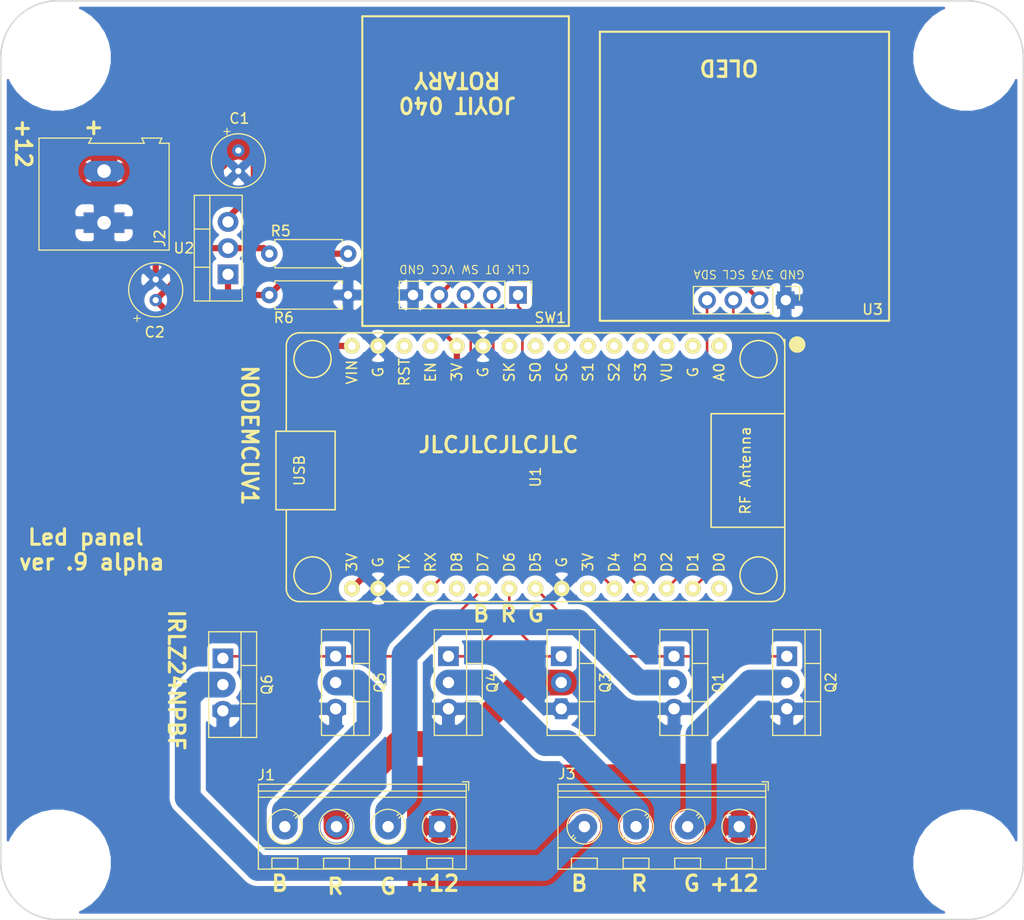
<source format=kicad_pcb>
(kicad_pcb (version 20171130) (host pcbnew 5.1.9-1.fc33)
  (layers (0 F.Cu mixed) (31 B.Cu mixed hide) (34 B.Paste user hide) (35 F.Paste user hide) (36 B.SilkS user hide) (37 F.SilkS user) (38 B.Mask user hide) (39 F.Mask user) (44 Edge.Cuts user))
  (net 0 "")
  (net 1 Earth)
  (net 2 +12V)
  (net 3 /5V)
  (net 4 "Net-(J1-Pad2)")
  (net 5 "Net-(J1-Pad3)")
  (net 6 /GREEN)
  (net 7 /RED)
  (net 8 /BLUE)
  (net 9 "Net-(R5-Pad2)")
  (net 10 /ROT+)
  (net 11 /ROT-)
  (net 12 /BUTTON)
  (net 13 /3V3)
  (net 14 "Net-(U1-Pad1)")
  (net 15 "Net-(U1-Pad2)")
  (net 16 "Net-(U1-Pad3)")
  (net 17 "Net-(U1-Pad4)")
  (net 18 "Net-(U1-Pad5)")
  (net 19 "Net-(U1-Pad6)")
  (net 20 "Net-(U1-Pad7)")
  (net 21 "Net-(U1-Pad8)")
  (net 22 "Net-(U1-Pad9)")
  (net 23 "Net-(U1-Pad12)")
  (net 24 "Net-(U1-Pad13)")
  (net 25 "Net-(U1-Pad18)")
  (net 26 "Net-(U1-Pad20)")
  (net 27 /SDA)
  (net 28 /SCL)
  (net 29 "Net-(U1-Pad30)")
  (net 30 "Net-(J3-Pad2)")
  (net 31 "Net-(J3-Pad3)")
  (net 32 "Net-(J1-Pad4)")
  (net 33 "Net-(J3-Pad4)")
  (net 34 "Net-(U1-Pad25)")
  (module TerminalBlock_RND:TerminalBlock_RND_205-00047_1x04_P5.00mm_Horizontal (layer F.Cu) (at 133.460001 115.805001 180)
    (fp_text reference J1 (at 16.8 5 180) (layer F.SilkS))
    (fp_text value Screw_Terminal_01x04)
    (fp_circle (center 5 0) (end 6.68 0) (layer F.SilkS) (width 0.12))
    (fp_circle (center 10 0) (end 11.68 0) (layer F.SilkS) (width 0.12))
    (fp_circle (center 15 0) (end 16.68 0) (layer F.SilkS) (width 0.12))
    (fp_line (start -2.56 3.45) (end 17.561 3.45) (layer F.SilkS) (width 0.12))
    (fp_line (start -2.56 2.85) (end 17.561 2.85) (layer F.SilkS) (width 0.12))
    (fp_line (start -2.56 -2.05) (end 17.561 -2.05) (layer F.SilkS) (width 0.12))
    (fp_line (start -2.56 -4.11) (end 17.561 -4.11) (layer F.SilkS) (width 0.12))
    (fp_line (start -2.56 4.11) (end 17.561 4.11) (layer F.SilkS) (width 0.12))
    (fp_line (start -2.56 -4.11) (end -2.56 4.11) (layer F.SilkS) (width 0.12))
    (fp_line (start 17.561 -4.11) (end 17.561 4.11) (layer F.SilkS) (width 0.12))
    (fp_line (start -1.25 -4.05) (end 1.25 -4.05) (layer F.SilkS) (width 0.12))
    (fp_line (start -1.25 -3.05) (end 1.25 -3.05) (layer F.SilkS) (width 0.12))
    (fp_line (start -1.25 -4.05) (end -1.25 -3.05) (layer F.SilkS) (width 0.12))
    (fp_line (start 1.25 -4.05) (end 1.25 -3.05) (layer F.SilkS) (width 0.12))
    (fp_line (start 6.275 -1.069) (end 6.029 -0.823) (layer F.SilkS) (width 0.12))
    (fp_line (start 4.13 1.075) (end 3.931 1.274) (layer F.SilkS) (width 0.12))
    (fp_line (start 6.07 -1.275) (end 5.859 -1.064) (layer F.SilkS) (width 0.12))
    (fp_line (start 3.972 0.823) (end 3.726 1.069) (layer F.SilkS) (width 0.12))
    (fp_line (start 3.75 -4.05) (end 6.25 -4.05) (layer F.SilkS) (width 0.12))
    (fp_line (start 3.75 -3.05) (end 6.25 -3.05) (layer F.SilkS) (width 0.12))
    (fp_line (start 3.75 -4.05) (end 3.75 -3.05) (layer F.SilkS) (width 0.12))
    (fp_line (start 6.25 -4.05) (end 6.25 -3.05) (layer F.SilkS) (width 0.12))
    (fp_line (start 11.275 -1.069) (end 11.029 -0.823) (layer F.SilkS) (width 0.12))
    (fp_line (start 9.13 1.075) (end 8.931 1.274) (layer F.SilkS) (width 0.12))
    (fp_line (start 11.07 -1.275) (end 10.859 -1.064) (layer F.SilkS) (width 0.12))
    (fp_line (start 8.972 0.823) (end 8.726 1.069) (layer F.SilkS) (width 0.12))
    (fp_line (start 8.75 -4.05) (end 11.25 -4.05) (layer F.SilkS) (width 0.12))
    (fp_line (start 8.75 -3.05) (end 11.25 -3.05) (layer F.SilkS) (width 0.12))
    (fp_line (start 8.75 -4.05) (end 8.75 -3.05) (layer F.SilkS) (width 0.12))
    (fp_line (start 11.25 -4.05) (end 11.25 -3.05) (layer F.SilkS) (width 0.12))
    (fp_line (start 16.275 -1.069) (end 16.029 -0.823) (layer F.SilkS) (width 0.12))
    (fp_line (start 14.13 1.075) (end 13.931 1.274) (layer F.SilkS) (width 0.12))
    (fp_line (start 16.07 -1.275) (end 15.859 -1.064) (layer F.SilkS) (width 0.12))
    (fp_line (start 13.972 0.823) (end 13.726 1.069) (layer F.SilkS) (width 0.12))
    (fp_line (start 13.75 -4.05) (end 16.25 -4.05) (layer F.SilkS) (width 0.12))
    (fp_line (start 13.75 -3.05) (end 16.25 -3.05) (layer F.SilkS) (width 0.12))
    (fp_line (start 13.75 -4.05) (end 13.75 -3.05) (layer F.SilkS) (width 0.12))
    (fp_line (start 16.25 -4.05) (end 16.25 -3.05) (layer F.SilkS) (width 0.12))
    (fp_line (start -2.8 3.51) (end -2.8 4.35) (layer F.SilkS) (width 0.12))
    (fp_line (start -2.8 4.35) (end -2.2 4.35) (layer F.SilkS) (width 0.12))
    (fp_arc (start 0 0) (end -1.081 1.287) (angle -41) (layer F.SilkS) (width 0.12))
    (fp_arc (start 0 0) (end -1.287 -1.081) (angle -80) (layer F.SilkS) (width 0.12))
    (fp_arc (start 0 0) (end 1.08 -1.287) (angle -80) (layer F.SilkS) (width 0.12))
    (fp_arc (start 0 0) (end 1.287 1.08) (angle -80) (layer F.SilkS) (width 0.12))
    (fp_arc (start 0 0) (end 0 1.68) (angle -40) (layer F.SilkS) (width 0.12))
    (pad 4 thru_hole circle (at 15 0 180) (size 2.1 2.1) (drill 1.1) (layers *.Cu *.Mask) (net 32 "Net-(J1-Pad4)"))
    (pad 3 thru_hole circle (at 10 0 180) (size 2.1 2.1) (drill 1.1) (layers *.Cu *.Mask) (net 5 "Net-(J1-Pad3)"))
    (pad 2 thru_hole circle (at 5 0 180) (size 2.1 2.1) (drill 1.1) (layers *.Cu *.Mask) (net 4 "Net-(J1-Pad2)"))
    (pad 1 thru_hole rect (at 0 0 180) (size 2.1 2.1) (drill 1.1) (layers *.Cu *.Mask) (net 2 +12V))
  )
  (module TerminalBlock_RND:TerminalBlock_RND_205-00047_1x04_P5.00mm_Horizontal (layer F.Cu) (at 162.460001 115.805001 180)
    (fp_text reference J3 (at 16.7 5.1 180) (layer F.SilkS))
    (fp_text value Screw_Terminal_01x04)
    (fp_circle (center 5 0) (end 6.68 0) (layer F.SilkS) (width 0.12))
    (fp_circle (center 10 0) (end 11.68 0) (layer F.SilkS) (width 0.12))
    (fp_circle (center 15 0) (end 16.68 0) (layer F.SilkS) (width 0.12))
    (fp_line (start -2.56 3.45) (end 17.561 3.45) (layer F.SilkS) (width 0.12))
    (fp_line (start -2.56 2.85) (end 17.561 2.85) (layer F.SilkS) (width 0.12))
    (fp_line (start -2.56 -2.05) (end 17.561 -2.05) (layer F.SilkS) (width 0.12))
    (fp_line (start -2.56 -4.11) (end 17.561 -4.11) (layer F.SilkS) (width 0.12))
    (fp_line (start -2.56 4.11) (end 17.561 4.11) (layer F.SilkS) (width 0.12))
    (fp_line (start -2.56 -4.11) (end -2.56 4.11) (layer F.SilkS) (width 0.12))
    (fp_line (start 17.561 -4.11) (end 17.561 4.11) (layer F.SilkS) (width 0.12))
    (fp_line (start -1.25 -4.05) (end 1.25 -4.05) (layer F.SilkS) (width 0.12))
    (fp_line (start -1.25 -3.05) (end 1.25 -3.05) (layer F.SilkS) (width 0.12))
    (fp_line (start -1.25 -4.05) (end -1.25 -3.05) (layer F.SilkS) (width 0.12))
    (fp_line (start 1.25 -4.05) (end 1.25 -3.05) (layer F.SilkS) (width 0.12))
    (fp_line (start 6.275 -1.069) (end 6.029 -0.823) (layer F.SilkS) (width 0.12))
    (fp_line (start 4.13 1.075) (end 3.931 1.274) (layer F.SilkS) (width 0.12))
    (fp_line (start 6.07 -1.275) (end 5.859 -1.064) (layer F.SilkS) (width 0.12))
    (fp_line (start 3.972 0.823) (end 3.726 1.069) (layer F.SilkS) (width 0.12))
    (fp_line (start 3.75 -4.05) (end 6.25 -4.05) (layer F.SilkS) (width 0.12))
    (fp_line (start 3.75 -3.05) (end 6.25 -3.05) (layer F.SilkS) (width 0.12))
    (fp_line (start 3.75 -4.05) (end 3.75 -3.05) (layer F.SilkS) (width 0.12))
    (fp_line (start 6.25 -4.05) (end 6.25 -3.05) (layer F.SilkS) (width 0.12))
    (fp_line (start 11.275 -1.069) (end 11.029 -0.823) (layer F.SilkS) (width 0.12))
    (fp_line (start 9.13 1.075) (end 8.931 1.274) (layer F.SilkS) (width 0.12))
    (fp_line (start 11.07 -1.275) (end 10.859 -1.064) (layer F.SilkS) (width 0.12))
    (fp_line (start 8.972 0.823) (end 8.726 1.069) (layer F.SilkS) (width 0.12))
    (fp_line (start 8.75 -4.05) (end 11.25 -4.05) (layer F.SilkS) (width 0.12))
    (fp_line (start 8.75 -3.05) (end 11.25 -3.05) (layer F.SilkS) (width 0.12))
    (fp_line (start 8.75 -4.05) (end 8.75 -3.05) (layer F.SilkS) (width 0.12))
    (fp_line (start 11.25 -4.05) (end 11.25 -3.05) (layer F.SilkS) (width 0.12))
    (fp_line (start 16.275 -1.069) (end 16.029 -0.823) (layer F.SilkS) (width 0.12))
    (fp_line (start 14.13 1.075) (end 13.931 1.274) (layer F.SilkS) (width 0.12))
    (fp_line (start 16.07 -1.275) (end 15.859 -1.064) (layer F.SilkS) (width 0.12))
    (fp_line (start 13.972 0.823) (end 13.726 1.069) (layer F.SilkS) (width 0.12))
    (fp_line (start 13.75 -4.05) (end 16.25 -4.05) (layer F.SilkS) (width 0.12))
    (fp_line (start 13.75 -3.05) (end 16.25 -3.05) (layer F.SilkS) (width 0.12))
    (fp_line (start 13.75 -4.05) (end 13.75 -3.05) (layer F.SilkS) (width 0.12))
    (fp_line (start 16.25 -4.05) (end 16.25 -3.05) (layer F.SilkS) (width 0.12))
    (fp_line (start -2.8 3.51) (end -2.8 4.35) (layer F.SilkS) (width 0.12))
    (fp_line (start -2.8 4.35) (end -2.2 4.35) (layer F.SilkS) (width 0.12))
    (fp_arc (start 0 0) (end -1.081 1.287) (angle -41) (layer F.SilkS) (width 0.12))
    (fp_arc (start 0 0) (end -1.287 -1.081) (angle -80) (layer F.SilkS) (width 0.12))
    (fp_arc (start 0 0) (end 1.08 -1.287) (angle -80) (layer F.SilkS) (width 0.12))
    (fp_arc (start 0 0) (end 1.287 1.08) (angle -80) (layer F.SilkS) (width 0.12))
    (fp_arc (start 0 0) (end 0 1.68) (angle -40) (layer F.SilkS) (width 0.12))
    (pad 4 thru_hole circle (at 15 0 180) (size 2.1 2.1) (drill 1.1) (layers *.Cu *.Mask) (net 33 "Net-(J3-Pad4)"))
    (pad 3 thru_hole circle (at 10 0 180) (size 2.1 2.1) (drill 1.1) (layers *.Cu *.Mask) (net 31 "Net-(J3-Pad3)"))
    (pad 2 thru_hole circle (at 5 0 180) (size 2.1 2.1) (drill 1.1) (layers *.Cu *.Mask) (net 30 "Net-(J3-Pad2)"))
    (pad 1 thru_hole rect (at 0 0 180) (size 2.1 2.1) (drill 1.1) (layers *.Cu *.Mask) (net 2 +12V))
  )
  (module MountingHole:MountingHole_4.3mm_M4_DIN965 (layer F.Cu) (at 184.460001 41.305001)
    (fp_text reference H2 hide)
    (fp_text value MountingHole)
    (pad "" np_thru_hole circle (at 0 0) (size 4.3 4.3) (drill 4.3) (layers *.Cu *.Mask) (clearance 3))
  )
  (module Capacitor_THT:C_Radial_D5.0mm_H7.0mm_P2.00mm (layer F.Cu) (at 113.960001 50.305001 270)
    (fp_text reference C1 (at -3.1 -0.1) (layer F.SilkS))
    (fp_text value 0.1u)
    (fp_circle (center 1 0) (end 3.62 0) (layer F.SilkS) (width 0.12))
    (pad 2 thru_hole circle (at 2 0 270) (size 1.2 1.2) (drill 0.6) (layers *.Cu *.Mask) (net 1 Earth))
    (pad 1 thru_hole circle (at 0 0 270) (size 1.2 1.2) (drill 0.6) (layers *.Cu *.Mask) (net 2 +12V))
  )
  (module Capacitor_THT:C_Radial_D5.0mm_H7.0mm_P2.00mm (layer F.Cu) (at 105.960001 64.805001 90)
    (fp_text reference C2 (at -3.1 -0.1 180) (layer F.SilkS))
    (fp_text value 1u)
    (fp_circle (center 1 0) (end 3.62 0) (layer F.SilkS) (width 0.12))
    (pad 1 thru_hole circle (at 0 0 90) (size 1.2 1.2) (drill 0.6) (layers *.Cu *.Mask) (net 3 /5V))
    (pad 2 thru_hole circle (at 2 0 90) (size 1.2 1.2) (drill 0.6) (layers *.Cu *.Mask) (net 1 Earth))
  )
  (module TerminalBlock:TerminalBlock_Altech_AK300-2_P5.00mm (layer F.Cu) (at 100.960001 57.305001 90)
    (fp_text reference J2 (at -1.5 5.4 90) (layer F.SilkS))
    (fp_text value "Meanwell LPV-100-12")
    (fp_line (start 8.2 -6.3) (end -2.65 -6.3) (layer F.SilkS) (width 0.12))
    (fp_line (start 8.2 -1.2) (end 8.2 -6.3) (layer F.SilkS) (width 0.12))
    (fp_line (start 7.7 -1.5) (end 8.2 -1.2) (layer F.SilkS) (width 0.12))
    (fp_line (start 7.7 3.9) (end 7.7 -1.5) (layer F.SilkS) (width 0.12))
    (fp_line (start 8.2 3.65) (end 7.7 3.9) (layer F.SilkS) (width 0.12))
    (fp_line (start 8.2 3.7) (end 8.2 3.65) (layer F.SilkS) (width 0.12))
    (fp_line (start 8.2 5.6) (end 8.2 3.7) (layer F.SilkS) (width 0.12))
    (fp_line (start 7.7 5.35) (end 8.2 5.6) (layer F.SilkS) (width 0.12))
    (fp_line (start 7.7 6.3) (end 7.7 5.35) (layer F.SilkS) (width 0.12))
    (fp_line (start -2.65 6.3) (end 7.7 6.3) (layer F.SilkS) (width 0.12))
    (fp_line (start -2.65 -6.3) (end -2.65 6.3) (layer F.SilkS) (width 0.12))
    (pad 1 thru_hole rect (at 0 0 90) (size 1.98 3.96) (drill 1.32) (layers *.Cu *.Mask) (net 1 Earth))
    (pad 2 thru_hole oval (at 5 0 90) (size 1.98 3.96) (drill 1.32) (layers *.Cu *.Mask) (net 2 +12V))
  )
  (module Package_TO_SOT_THT:TO-220-3_Vertical (layer F.Cu) (at 156.140001 99.305001 270)
    (fp_text reference Q1 (at 2.54 -4.27 270) (layer F.SilkS))
    (fp_text value IRLZ24NPBF)
    (fp_line (start 4.391 -3.27) (end 4.391 -1.76) (layer F.SilkS) (width 0.12))
    (fp_line (start 0.69 -3.27) (end 0.69 -1.76) (layer F.SilkS) (width 0.12))
    (fp_line (start -2.58 -1.76) (end 7.66 -1.76) (layer F.SilkS) (width 0.12))
    (fp_line (start 7.66 -3.27) (end 7.66 1.371) (layer F.SilkS) (width 0.12))
    (fp_line (start -2.58 -3.27) (end -2.58 1.371) (layer F.SilkS) (width 0.12))
    (fp_line (start -2.58 1.371) (end 7.66 1.371) (layer F.SilkS) (width 0.12))
    (fp_line (start -2.58 -3.27) (end 7.66 -3.27) (layer F.SilkS) (width 0.12))
    (pad 1 thru_hole rect (at 0 0 270) (size 1.905 2) (drill 1.1) (layers *.Cu *.Mask) (net 6 /GREEN))
    (pad 2 thru_hole oval (at 2.54 0 270) (size 1.905 2) (drill 1.1) (layers *.Cu *.Mask) (net 4 "Net-(J1-Pad2)"))
    (pad 3 thru_hole oval (at 5.08 0 270) (size 1.905 2) (drill 1.1) (layers *.Cu *.Mask) (net 1 Earth))
  )
  (module Package_TO_SOT_THT:TO-220-3_Vertical (layer F.Cu) (at 167.060001 99.305001 270)
    (fp_text reference Q2 (at 2.54 -4.27 270) (layer F.SilkS))
    (fp_text value IRLZ24NPBF)
    (fp_line (start 4.391 -3.27) (end 4.391 -1.76) (layer F.SilkS) (width 0.12))
    (fp_line (start 0.69 -3.27) (end 0.69 -1.76) (layer F.SilkS) (width 0.12))
    (fp_line (start -2.58 -1.76) (end 7.66 -1.76) (layer F.SilkS) (width 0.12))
    (fp_line (start 7.66 -3.27) (end 7.66 1.371) (layer F.SilkS) (width 0.12))
    (fp_line (start -2.58 -3.27) (end -2.58 1.371) (layer F.SilkS) (width 0.12))
    (fp_line (start -2.58 1.371) (end 7.66 1.371) (layer F.SilkS) (width 0.12))
    (fp_line (start -2.58 -3.27) (end 7.66 -3.27) (layer F.SilkS) (width 0.12))
    (pad 1 thru_hole rect (at 0 0 270) (size 1.905 2) (drill 1.1) (layers *.Cu *.Mask) (net 6 /GREEN))
    (pad 2 thru_hole oval (at 2.54 0 270) (size 1.905 2) (drill 1.1) (layers *.Cu *.Mask) (net 30 "Net-(J3-Pad2)"))
    (pad 3 thru_hole oval (at 5.08 0 270) (size 1.905 2) (drill 1.1) (layers *.Cu *.Mask) (net 1 Earth))
  )
  (module Package_TO_SOT_THT:TO-220-3_Vertical (layer F.Cu) (at 145.220001 99.305001 270)
    (fp_text reference Q3 (at 2.54 -4.27 270) (layer F.SilkS))
    (fp_text value IRLZ24NPBF)
    (fp_line (start 4.391 -3.27) (end 4.391 -1.76) (layer F.SilkS) (width 0.12))
    (fp_line (start 0.69 -3.27) (end 0.69 -1.76) (layer F.SilkS) (width 0.12))
    (fp_line (start -2.58 -1.76) (end 7.66 -1.76) (layer F.SilkS) (width 0.12))
    (fp_line (start 7.66 -3.27) (end 7.66 1.371) (layer F.SilkS) (width 0.12))
    (fp_line (start -2.58 -3.27) (end -2.58 1.371) (layer F.SilkS) (width 0.12))
    (fp_line (start -2.58 1.371) (end 7.66 1.371) (layer F.SilkS) (width 0.12))
    (fp_line (start -2.58 -3.27) (end 7.66 -3.27) (layer F.SilkS) (width 0.12))
    (pad 1 thru_hole rect (at 0 0 270) (size 1.905 2) (drill 1.1) (layers *.Cu *.Mask) (net 7 /RED))
    (pad 2 thru_hole oval (at 2.54 0 270) (size 1.905 2) (drill 1.1) (layers *.Cu *.Mask) (net 5 "Net-(J1-Pad3)"))
    (pad 3 thru_hole oval (at 5.08 0 270) (size 1.905 2) (drill 1.1) (layers *.Cu *.Mask) (net 1 Earth))
  )
  (module Package_TO_SOT_THT:TO-220-3_Vertical (layer F.Cu) (at 134.300001 99.305001 270)
    (fp_text reference Q4 (at 2.54 -4.27 270) (layer F.SilkS))
    (fp_text value IRLZ24NPBF)
    (fp_line (start -2.58 -3.27) (end 7.66 -3.27) (layer F.SilkS) (width 0.12))
    (fp_line (start -2.58 1.371) (end 7.66 1.371) (layer F.SilkS) (width 0.12))
    (fp_line (start -2.58 -3.27) (end -2.58 1.371) (layer F.SilkS) (width 0.12))
    (fp_line (start 7.66 -3.27) (end 7.66 1.371) (layer F.SilkS) (width 0.12))
    (fp_line (start -2.58 -1.76) (end 7.66 -1.76) (layer F.SilkS) (width 0.12))
    (fp_line (start 0.69 -3.27) (end 0.69 -1.76) (layer F.SilkS) (width 0.12))
    (fp_line (start 4.391 -3.27) (end 4.391 -1.76) (layer F.SilkS) (width 0.12))
    (pad 3 thru_hole oval (at 5.08 0 270) (size 1.905 2) (drill 1.1) (layers *.Cu *.Mask) (net 1 Earth))
    (pad 2 thru_hole oval (at 2.54 0 270) (size 1.905 2) (drill 1.1) (layers *.Cu *.Mask) (net 31 "Net-(J3-Pad3)"))
    (pad 1 thru_hole rect (at 0 0 270) (size 1.905 2) (drill 1.1) (layers *.Cu *.Mask) (net 7 /RED))
  )
  (module Package_TO_SOT_THT:TO-220-3_Vertical (layer F.Cu) (at 123.380001 99.305001 270)
    (fp_text reference Q5 (at 2.54 -4.27 270) (layer F.SilkS))
    (fp_text value IRLZ24NPBF)
    (fp_line (start -2.58 -3.27) (end 7.66 -3.27) (layer F.SilkS) (width 0.12))
    (fp_line (start -2.58 1.371) (end 7.66 1.371) (layer F.SilkS) (width 0.12))
    (fp_line (start -2.58 -3.27) (end -2.58 1.371) (layer F.SilkS) (width 0.12))
    (fp_line (start 7.66 -3.27) (end 7.66 1.371) (layer F.SilkS) (width 0.12))
    (fp_line (start -2.58 -1.76) (end 7.66 -1.76) (layer F.SilkS) (width 0.12))
    (fp_line (start 0.69 -3.27) (end 0.69 -1.76) (layer F.SilkS) (width 0.12))
    (fp_line (start 4.391 -3.27) (end 4.391 -1.76) (layer F.SilkS) (width 0.12))
    (pad 3 thru_hole oval (at 5.08 0 270) (size 1.905 2) (drill 1.1) (layers *.Cu *.Mask) (net 1 Earth))
    (pad 2 thru_hole oval (at 2.54 0 270) (size 1.905 2) (drill 1.1) (layers *.Cu *.Mask) (net 32 "Net-(J1-Pad4)"))
    (pad 1 thru_hole rect (at 0 0 270) (size 1.905 2) (drill 1.1) (layers *.Cu *.Mask) (net 8 /BLUE))
  )
  (module Package_TO_SOT_THT:TO-220-3_Vertical (layer F.Cu) (at 112.460001 99.505001 270)
    (fp_text reference Q6 (at 2.54 -4.27 270) (layer F.SilkS))
    (fp_text value IRLZ24NPBF)
    (fp_line (start -2.58 -3.27) (end 7.66 -3.27) (layer F.SilkS) (width 0.12))
    (fp_line (start -2.58 1.371) (end 7.66 1.371) (layer F.SilkS) (width 0.12))
    (fp_line (start -2.58 -3.27) (end -2.58 1.371) (layer F.SilkS) (width 0.12))
    (fp_line (start 7.66 -3.27) (end 7.66 1.371) (layer F.SilkS) (width 0.12))
    (fp_line (start -2.58 -1.76) (end 7.66 -1.76) (layer F.SilkS) (width 0.12))
    (fp_line (start 0.69 -3.27) (end 0.69 -1.76) (layer F.SilkS) (width 0.12))
    (fp_line (start 4.391 -3.27) (end 4.391 -1.76) (layer F.SilkS) (width 0.12))
    (pad 3 thru_hole oval (at 5.08 0 270) (size 1.905 2) (drill 1.1) (layers *.Cu *.Mask) (net 1 Earth))
    (pad 2 thru_hole oval (at 2.54 0 270) (size 1.905 2) (drill 1.1) (layers *.Cu *.Mask) (net 33 "Net-(J3-Pad4)"))
    (pad 1 thru_hole rect (at 0 0 270) (size 1.905 2) (drill 1.1) (layers *.Cu *.Mask) (net 8 /BLUE))
  )
  (module Resistor_THT:R_Axial_DIN0207_L6.3mm_D2.5mm_P7.62mm_Horizontal (layer F.Cu) (at 116.960001 60.305001)
    (fp_text reference R5 (at 1.1 -2.2) (layer F.SilkS))
    (fp_text value 4k7)
    (fp_line (start 7.08 1.37) (end 7.08 1.04) (layer F.SilkS) (width 0.12))
    (fp_line (start 0.54 1.37) (end 7.08 1.37) (layer F.SilkS) (width 0.12))
    (fp_line (start 0.54 1.04) (end 0.54 1.37) (layer F.SilkS) (width 0.12))
    (fp_line (start 7.08 -1.37) (end 7.08 -1.04) (layer F.SilkS) (width 0.12))
    (fp_line (start 0.54 -1.37) (end 7.08 -1.37) (layer F.SilkS) (width 0.12))
    (fp_line (start 0.54 -1.04) (end 0.54 -1.37) (layer F.SilkS) (width 0.12))
    (pad 1 thru_hole circle (at 0 0) (size 1.6 1.6) (drill 0.8) (layers *.Cu *.Mask) (net 3 /5V))
    (pad 2 thru_hole oval (at 7.62 0) (size 1.6 1.6) (drill 0.8) (layers *.Cu *.Mask) (net 9 "Net-(R5-Pad2)"))
  )
  (module Resistor_THT:R_Axial_DIN0207_L6.3mm_D2.5mm_P7.62mm_Horizontal (layer F.Cu) (at 116.960001 64.305001)
    (fp_text reference R6 (at 1.4 2.2) (layer F.SilkS))
    (fp_text value 1k6)
    (fp_line (start 7.08 1.37) (end 7.08 1.04) (layer F.SilkS) (width 0.12))
    (fp_line (start 0.54 1.37) (end 7.08 1.37) (layer F.SilkS) (width 0.12))
    (fp_line (start 0.54 1.04) (end 0.54 1.37) (layer F.SilkS) (width 0.12))
    (fp_line (start 7.08 -1.37) (end 7.08 -1.04) (layer F.SilkS) (width 0.12))
    (fp_line (start 0.54 -1.37) (end 7.08 -1.37) (layer F.SilkS) (width 0.12))
    (fp_line (start 0.54 -1.04) (end 0.54 -1.37) (layer F.SilkS) (width 0.12))
    (pad 1 thru_hole circle (at 0 0) (size 1.6 1.6) (drill 0.8) (layers *.Cu *.Mask) (net 9 "Net-(R5-Pad2)"))
    (pad 2 thru_hole oval (at 7.62 0) (size 1.6 1.6) (drill 0.8) (layers *.Cu *.Mask) (net 1 Earth))
  )
  (module Connector_PinHeader_2.54mm:PinHeader_1x05_P2.54mm_Vertical (layer F.Cu) (at 141.035001 64.305001 270)
    (fp_text reference SW1 (at 2.2 -3.125) (layer F.SilkS))
    (fp_text value JOYIT_040)
    (fp_line (start -1.33 -1.33) (end 0 -1.33) (layer F.SilkS) (width 0.12))
    (fp_line (start -1.33 0) (end -1.33 -1.33) (layer F.SilkS) (width 0.12))
    (fp_line (start -1.33 1.27) (end 1.33 1.27) (layer F.SilkS) (width 0.12))
    (fp_line (start 1.33 1.27) (end 1.33 11.49) (layer F.SilkS) (width 0.12))
    (fp_line (start -1.33 1.27) (end -1.33 11.49) (layer F.SilkS) (width 0.12))
    (fp_line (start -1.33 11.49) (end 1.33 11.49) (layer F.SilkS) (width 0.12))
    (pad 1 thru_hole rect (at 0 0 270) (size 1.7 1.7) (drill 1) (layers *.Cu *.Mask) (net 10 /ROT+))
    (pad 2 thru_hole oval (at 0 2.54 270) (size 1.7 1.7) (drill 1) (layers *.Cu *.Mask) (net 11 /ROT-))
    (pad 3 thru_hole oval (at 0 5.08 270) (size 1.7 1.7) (drill 1) (layers *.Cu *.Mask) (net 12 /BUTTON))
    (pad 4 thru_hole oval (at 0 7.62 270) (size 1.7 1.7) (drill 1) (layers *.Cu *.Mask) (net 13 /3V3))
    (pad 5 thru_hole oval (at 0 10.16 270) (size 1.7 1.7) (drill 1) (layers *.Cu *.Mask) (net 1 Earth))
  )
  (module ESP8266:ESP12F-Devkit-V3 (layer F.Cu) (at 141.460001 81.305001 270)
    (fp_text reference U1 (at 0.635 -1.27 270) (layer F.SilkS))
    (fp_text value "NodeMCU1.0(ESP-12E)")
    (fp_line (start 11.43 -25.4) (end -12.7 -25.4) (layer F.SilkS) (width 0.15))
    (fp_circle (center 10.16 -22.86) (end 11.43 -24.13) (layer F.SilkS) (width 0.15))
    (fp_circle (center -10.795 -22.86) (end -9.525 -24.13) (layer F.SilkS) (width 0.15))
    (fp_circle (center -10.795 20.32) (end -9.525 19.05) (layer F.SilkS) (width 0.15))
    (fp_circle (center 10.16 20.32) (end 11.43 19.05) (layer F.SilkS) (width 0.15))
    (fp_line (start -3.81 22.86) (end -12.065 22.86) (layer F.SilkS) (width 0.15))
    (fp_line (start -13.335 -24.13) (end -13.335 21.59) (layer F.SilkS) (width 0.15))
    (fp_line (start 12.7 -24.13) (end 12.7 21.59) (layer F.SilkS) (width 0.15))
    (fp_line (start 3.8 23.86) (end -3.8 23.86) (layer F.SilkS) (width 0.15))
    (fp_line (start 3.8 18.13) (end 3.8 23.86) (layer F.SilkS) (width 0.15))
    (fp_line (start -3.8 18.13) (end 3.8 18.13) (layer F.SilkS) (width 0.15))
    (fp_line (start -3.8 23.86) (end -3.8 18.13) (layer F.SilkS) (width 0.15))
    (fp_line (start -5.5 -18.27) (end -5.5 -25.4) (layer F.SilkS) (width 0.15))
    (fp_line (start 5.5 -25.4) (end 5.5 -18.27) (layer F.SilkS) (width 0.15))
    (fp_line (start 5.5 -18.27) (end -5.5 -18.27) (layer F.SilkS) (width 0.15))
    (fp_line (start 11.43 22.86) (end 3.81 22.86) (layer F.SilkS) (width 0.15))
    (fp_text user USB (at 0 21.59 270) (layer F.SilkS))
    (fp_text user "RF Antenna" (at 0 -21.59 270) (layer F.SilkS))
    (fp_arc (start -12.065 -24.13) (end -13.335 -24.13) (angle 90) (layer F.SilkS) (width 0.15))
    (fp_arc (start 11.43 -24.13) (end 11.43 -25.4) (angle 90) (layer F.SilkS) (width 0.15))
    (fp_arc (start 11.43 21.59) (end 12.7 21.59) (angle 90) (layer F.SilkS) (width 0.15))
    (fp_arc (start -12.065 21.59) (end -12.065 22.86) (angle 90) (layer F.SilkS) (width 0.15))
    (fp_text user VIN (at -9.525 16.51 270) (layer F.SilkS))
    (fp_text user G (at -9.525 13.97 270) (layer F.SilkS))
    (fp_text user RST (at -9.525 11.43 270) (layer F.SilkS))
    (fp_text user EN (at -9.525 8.89 270) (layer F.SilkS))
    (fp_text user 3V (at -9.525 6.35 270) (layer F.SilkS))
    (fp_text user G (at -9.525 3.81 270) (layer F.SilkS))
    (fp_text user SK (at -9.525 1.27 270) (layer F.SilkS))
    (fp_text user SO (at -9.525 -1.27 270) (layer F.SilkS))
    (fp_text user SC (at -9.525 -3.81 270) (layer F.SilkS))
    (fp_text user S1 (at -9.525 -6.35 270) (layer F.SilkS))
    (fp_text user S2 (at -9.525 -8.89 270) (layer F.SilkS))
    (fp_text user S3 (at -9.525 -11.43 270) (layer F.SilkS))
    (fp_text user VU (at -9.525 -13.97 270) (layer F.SilkS))
    (fp_text user G (at -9.525 -16.51 270) (layer F.SilkS))
    (fp_text user A0 (at -9.525 -19.05 270) (layer F.SilkS))
    (fp_text user 3V (at 8.89 16.51 270) (layer F.SilkS))
    (fp_text user G (at 8.89 13.97 270) (layer F.SilkS))
    (fp_text user TX (at 8.89 11.43 270) (layer F.SilkS))
    (fp_text user RX (at 8.89 8.89 270) (layer F.SilkS))
    (fp_text user D8 (at 8.89 6.35 270) (layer F.SilkS))
    (fp_text user D7 (at 8.89 3.81 270) (layer F.SilkS))
    (fp_text user D6 (at 8.89 1.27 270) (layer F.SilkS))
    (fp_text user D5 (at 8.89 -1.27 270) (layer F.SilkS))
    (fp_text user G (at 8.89 -3.81 270) (layer F.SilkS))
    (fp_text user 3V (at 8.89 -6.35 270) (layer F.SilkS))
    (fp_text user D4 (at 8.89 -8.89 270) (layer F.SilkS))
    (fp_text user D3 (at 8.89 -11.43 270) (layer F.SilkS))
    (fp_text user D2 (at 8.89 -13.97 270) (layer F.SilkS))
    (fp_text user D1 (at 8.89 -16.51 270) (layer F.SilkS))
    (fp_text user D0 (at 8.89 -19.05 270) (layer F.SilkS))
    (pad 1 thru_hole circle (at -12.065 -19.05 270) (size 1.524 1.524) (drill 0.762) (layers *.Cu *.Mask F.SilkS) (net 14 "Net-(U1-Pad1)"))
    (pad 2 thru_hole circle (at -12.065 -16.51 270) (size 1.524 1.524) (drill 0.762) (layers *.Cu *.Mask F.SilkS) (net 15 "Net-(U1-Pad2)"))
    (pad 3 thru_hole circle (at -12.065 -13.97 270) (size 1.524 1.524) (drill 0.762) (layers *.Cu *.Mask F.SilkS) (net 16 "Net-(U1-Pad3)"))
    (pad 4 thru_hole circle (at -12.065 -11.43 270) (size 1.524 1.524) (drill 0.762) (layers *.Cu *.Mask F.SilkS) (net 17 "Net-(U1-Pad4)"))
    (pad 5 thru_hole circle (at -12.065 -8.89 270) (size 1.524 1.524) (drill 0.762) (layers *.Cu *.Mask F.SilkS) (net 18 "Net-(U1-Pad5)"))
    (pad 6 thru_hole circle (at -12.065 -6.35 270) (size 1.524 1.524) (drill 0.762) (layers *.Cu *.Mask F.SilkS) (net 19 "Net-(U1-Pad6)"))
    (pad 7 thru_hole circle (at -12.065 -3.81 270) (size 1.524 1.524) (drill 0.762) (layers *.Cu *.Mask F.SilkS) (net 20 "Net-(U1-Pad7)"))
    (pad 8 thru_hole circle (at -12.065 -1.27 270) (size 1.524 1.524) (drill 0.762) (layers *.Cu *.Mask F.SilkS) (net 21 "Net-(U1-Pad8)"))
    (pad 9 thru_hole circle (at -12.065 1.27 270) (size 1.524 1.524) (drill 0.762) (layers *.Cu *.Mask F.SilkS) (net 22 "Net-(U1-Pad9)"))
    (pad 10 thru_hole circle (at -12.065 3.81 270) (size 1.524 1.524) (drill 0.762) (layers *.Cu *.Mask F.SilkS) (net 1 Earth))
    (pad 11 thru_hole circle (at -12.065 6.35 270) (size 1.524 1.524) (drill 0.762) (layers *.Cu *.Mask F.SilkS) (net 13 /3V3))
    (pad 12 thru_hole circle (at -12.065 8.89 270) (size 1.524 1.524) (drill 0.762) (layers *.Cu *.Mask F.SilkS) (net 23 "Net-(U1-Pad12)"))
    (pad 13 thru_hole circle (at -12.065 11.43 270) (size 1.524 1.524) (drill 0.762) (layers *.Cu *.Mask F.SilkS) (net 24 "Net-(U1-Pad13)"))
    (pad 14 thru_hole circle (at -12.065 13.97 270) (size 1.524 1.524) (drill 0.762) (layers *.Cu *.Mask F.SilkS) (net 1 Earth))
    (pad 15 thru_hole circle (at -12.065 16.51 270) (size 1.524 1.524) (drill 0.762) (layers *.Cu *.Mask F.SilkS) (net 3 /5V))
    (pad 16 thru_hole circle (at 11.43 16.51 270) (size 1.524 1.524) (drill 0.762) (layers *.Cu *.Mask F.SilkS) (net 13 /3V3))
    (pad 17 thru_hole circle (at 11.43 13.97 270) (size 1.524 1.524) (drill 0.762) (layers *.Cu *.Mask F.SilkS) (net 1 Earth))
    (pad 18 thru_hole circle (at 11.43 11.43 270) (size 1.524 1.524) (drill 0.762) (layers *.Cu *.Mask F.SilkS) (net 25 "Net-(U1-Pad18)"))
    (pad 19 thru_hole circle (at 11.43 8.89 270) (size 1.524 1.524) (drill 0.762) (layers *.Cu *.Mask F.SilkS) (net 12 /BUTTON))
    (pad 20 thru_hole circle (at 11.43 6.35 270) (size 1.524 1.524) (drill 0.762) (layers *.Cu *.Mask F.SilkS) (net 26 "Net-(U1-Pad20)"))
    (pad 21 thru_hole circle (at 11.43 3.81 270) (size 1.524 1.524) (drill 0.762) (layers *.Cu *.Mask F.SilkS) (net 8 /BLUE))
    (pad 22 thru_hole circle (at 11.43 1.27 270) (size 1.524 1.524) (drill 0.762) (layers *.Cu *.Mask F.SilkS) (net 7 /RED))
    (pad 23 thru_hole circle (at 11.43 -1.27 270) (size 1.524 1.524) (drill 0.762) (layers *.Cu *.Mask F.SilkS) (net 6 /GREEN))
    (pad 24 thru_hole circle (at 11.43 -3.81 270) (size 1.524 1.524) (drill 0.762) (layers *.Cu *.Mask F.SilkS) (net 1 Earth))
    (pad 25 thru_hole circle (at 11.43 -6.35 270) (size 1.524 1.524) (drill 0.762) (layers *.Cu *.Mask F.SilkS) (net 34 "Net-(U1-Pad25)"))
    (pad 26 thru_hole circle (at 11.43 -8.89 270) (size 1.524 1.524) (drill 0.762) (layers *.Cu *.Mask F.SilkS) (net 11 /ROT-))
    (pad 27 thru_hole circle (at 11.43 -11.43 270) (size 1.524 1.524) (drill 0.762) (layers *.Cu *.Mask F.SilkS) (net 10 /ROT+))
    (pad 28 thru_hole circle (at 11.43 -13.97 270) (size 1.524 1.524) (drill 0.762) (layers *.Cu *.Mask F.SilkS) (net 27 /SDA))
    (pad 29 thru_hole circle (at 11.43 -16.51 270) (size 1.524 1.524) (drill 0.762) (layers *.Cu *.Mask F.SilkS) (net 28 /SCL))
    (pad 30 thru_hole circle (at 11.43 -19.05 270) (size 1.524 1.524) (drill 0.762) (layers *.Cu *.Mask F.SilkS) (net 29 "Net-(U1-Pad30)"))
  )
  (module Package_TO_SOT_THT:TO-220-3_Vertical (layer F.Cu) (at 112.960001 62.305001 90)
    (fp_text reference U2 (at 2.54 -4.27 180) (layer F.SilkS))
    (fp_text value LM317_3)
    (fp_line (start 4.391 -3.27) (end 4.391 -1.76) (layer F.SilkS) (width 0.12))
    (fp_line (start 0.69 -3.27) (end 0.69 -1.76) (layer F.SilkS) (width 0.12))
    (fp_line (start -2.58 -1.76) (end 7.66 -1.76) (layer F.SilkS) (width 0.12))
    (fp_line (start 7.66 -3.27) (end 7.66 1.371) (layer F.SilkS) (width 0.12))
    (fp_line (start -2.58 -3.27) (end -2.58 1.371) (layer F.SilkS) (width 0.12))
    (fp_line (start -2.58 1.371) (end 7.66 1.371) (layer F.SilkS) (width 0.12))
    (fp_line (start -2.58 -3.27) (end 7.66 -3.27) (layer F.SilkS) (width 0.12))
    (pad 1 thru_hole rect (at 0 0 90) (size 1.905 2) (drill 1.1) (layers *.Cu *.Mask) (net 9 "Net-(R5-Pad2)"))
    (pad 2 thru_hole oval (at 2.54 0 90) (size 1.905 2) (drill 1.1) (layers *.Cu *.Mask) (net 3 /5V))
    (pad 3 thru_hole oval (at 5.08 0 90) (size 1.905 2) (drill 1.1) (layers *.Cu *.Mask) (net 2 +12V))
  )
  (module Connector_PinHeader_2.54mm:PinHeader_1x04_P2.54mm_Vertical (layer F.Cu) (at 166.960001 64.805001 270)
    (fp_text reference U3 (at 0.9 -8.4) (layer F.SilkS))
    (fp_text value OLED)
    (fp_line (start -1.33 -1.33) (end 0 -1.33) (layer F.SilkS) (width 0.12))
    (fp_line (start -1.33 0) (end -1.33 -1.33) (layer F.SilkS) (width 0.12))
    (fp_line (start -1.33 1.27) (end 1.33 1.27) (layer F.SilkS) (width 0.12))
    (fp_line (start 1.33 1.27) (end 1.33 8.95) (layer F.SilkS) (width 0.12))
    (fp_line (start -1.33 1.27) (end -1.33 8.95) (layer F.SilkS) (width 0.12))
    (fp_line (start -1.33 8.95) (end 1.33 8.95) (layer F.SilkS) (width 0.12))
    (pad 1 thru_hole rect (at 0 0 270) (size 1.7 1.7) (drill 1) (layers *.Cu *.Mask) (net 1 Earth))
    (pad 2 thru_hole oval (at 0 2.54 270) (size 1.7 1.7) (drill 1) (layers *.Cu *.Mask) (net 13 /3V3))
    (pad 3 thru_hole oval (at 0 5.08 270) (size 1.7 1.7) (drill 1) (layers *.Cu *.Mask) (net 28 /SCL))
    (pad 4 thru_hole oval (at 0 7.62 270) (size 1.7 1.7) (drill 1) (layers *.Cu *.Mask) (net 27 /SDA))
  )
  (module MountingHole:MountingHole_4.3mm_M4_DIN965 (layer F.Cu) (at 96.460001 41.305001)
    (fp_text reference H1 hide)
    (fp_text value MountingHole)
    (pad "" np_thru_hole circle (at 0 0) (size 4.3 4.3) (drill 4.3) (layers *.Cu *.Mask) (clearance 3))
  )
  (module MountingHole:MountingHole_4.3mm_M4_DIN965 (layer F.Cu) (at 184.460001 119.305001)
    (fp_text reference H3 hide)
    (fp_text value MountingHole)
    (pad "" np_thru_hole circle (at 0 0) (size 4.3 4.3) (drill 4.3) (layers *.Cu *.Mask) (clearance 3))
  )
  (module MountingHole:MountingHole_4.3mm_M4_DIN965 (layer F.Cu) (at 96.460001 119.305001)
    (fp_text reference H4 hide)
    (fp_text value MountingHole)
    (pad "" np_thru_hole circle (at 0 0) (size 4.3 4.3) (drill 4.3) (layers *.Cu *.Mask) (clearance 3))
  )
  (gr_text "Led panel \nver .9 alpha" (at 99.770001 88.975001) (layer F.SilkS) (effects (font (size 1.5 1.5) (thickness 0.3))))
  (gr_text JLCJLCJLCJLC (at 139.140001 78.815001) (layer F.SilkS) (effects (font (size 1.5 1.5) (thickness 0.3))))
  (gr_text + (at 112.860001 48.405001) (layer F.SilkS) (effects (font (size 0.8 0.8) (thickness 0.1))))
  (gr_text + (at 104.160001 66.505001) (layer F.SilkS) (effects (font (size 0.8 0.8) (thickness 0.1))))
  (gr_text + (at 99.960001 48.005001) (layer F.SilkS) (effects (font (size 1.5 1.5) (thickness 0.3))))
  (gr_text NODEMCUV1 (at 115.060001 77.905001 270) (layer F.SilkS) (effects (font (size 1.5 1.5) (thickness 0.3))))
  (gr_text IRLZ24NPBF (at 107.960001 101.605001 270) (layer F.SilkS) (effects (font (size 1.5 1.5) (thickness 0.3))))
  (gr_text B (at 146.960001 121.305001) (layer F.SilkS) (effects (font (size 1.5 1.5) (thickness 0.3))))
  (gr_text G (at 157.860001 121.305001) (layer F.SilkS) (effects (font (size 1.5 1.5) (thickness 0.3))))
  (gr_text R (at 152.760001 121.305001) (layer F.SilkS) (effects (font (size 1.5 1.5) (thickness 0.3))))
  (gr_text +12 (at 161.960001 121.305001) (layer F.SilkS) (effects (font (size 1.5 1.5) (thickness 0.3))))
  (gr_text +12 (at 132.960001 121.305001) (layer F.SilkS) (effects (font (size 1.5 1.5) (thickness 0.3))))
  (gr_text B (at 117.960001 121.305001) (layer F.SilkS) (effects (font (size 1.5 1.5) (thickness 0.3))))
  (gr_text G (at 128.460001 121.605001) (layer F.SilkS) (effects (font (size 1.5 1.5) (thickness 0.3))))
  (gr_text R (at 123.360001 121.605001) (layer F.SilkS) (effects (font (size 1.5 1.5) (thickness 0.3))))
  (gr_text G (at 142.760001 95.205001) (layer F.SilkS) (effects (font (size 1.5 1.5) (thickness 0.3))))
  (gr_text B (at 137.460001 95.205001) (layer F.SilkS) (effects (font (size 1.5 1.5) (thickness 0.3))))
  (gr_text R (at 140.110001 95.205001) (layer F.SilkS) (effects (font (size 1.5 1.5) (thickness 0.3))))
  (gr_circle (center 168.060001 69.105001) (end 168.460001 69.105001) (layer F.SilkS) (width 0.8))
  (gr_text "+12\n" (at 93.160001 49.605001 270) (layer F.SilkS) (effects (font (size 1.5 1.5) (thickness 0.3))))
  (gr_text CLK (at 141.060001 61.805001 180) (layer F.SilkS) (effects (font (size 0.8 0.8) (thickness 0.1))))
  (gr_text DT (at 138.584998 61.805001 180) (layer F.SilkS) (effects (font (size 0.8 0.8) (thickness 0.1))))
  (gr_text SW (at 136.395713 61.805001 180) (layer F.SilkS) (effects (font (size 0.8 0.8) (thickness 0.1))))
  (gr_text VCC (at 133.768333 61.805001 180) (layer F.SilkS) (effects (font (size 0.8 0.8) (thickness 0.1))))
  (gr_text SDA (at 159.160001 62.305001 180) (layer F.SilkS) (effects (font (size 0.8 0.8) (thickness 0.1))))
  (gr_text GND (at 130.760001 61.805001 180) (layer F.SilkS) (effects (font (size 0.8 0.8) (thickness 0.1))))
  (gr_text "JOYIT 040\nROTARY" (at 135.160001 44.705001 180) (layer F.SilkS) (effects (font (size 1.5 1.5) (thickness 0.3))))
  (gr_line (start 96.460001 35.805001) (end 184.460001 35.805001) (layer Edge.Cuts) (width 0.15))
  (gr_line (start 90.960001 119.305001) (end 90.960001 41.305001) (layer Edge.Cuts) (width 0.15))
  (gr_line (start 184.460001 124.805001) (end 96.460001 124.805001) (layer Edge.Cuts) (width 0.15))
  (gr_line (start 189.960001 41.305001) (end 189.960001 119.305001) (layer Edge.Cuts) (width 0.15))
  (gr_arc (start 96.460001 119.305001) (end 90.960001 119.305001) (angle -90) (layer Edge.Cuts) (width 0.15))
  (gr_arc (start 184.460001 119.305001) (end 184.460001 124.805001) (angle -90) (layer Edge.Cuts) (width 0.15))
  (gr_arc (start 184.460001 41.305001) (end 189.960001 41.305001) (angle -90) (layer Edge.Cuts) (width 0.15))
  (gr_arc (start 96.460001 41.305001) (end 96.460001 35.805001) (angle -90) (layer Edge.Cuts) (width 0.15))
  (gr_line (start 125.960001 37.305001) (end 145.960001 37.305001) (layer F.SilkS) (width 0.2))
  (gr_line (start 125.960001 67.305001) (end 125.960001 37.305001) (layer F.SilkS) (width 0.2))
  (gr_line (start 145.960001 67.305001) (end 125.960001 67.305001) (layer F.SilkS) (width 0.2))
  (gr_line (start 145.960001 37.305001) (end 145.960001 67.305001) (layer F.SilkS) (width 0.2))
  (gr_text SCL (at 161.934603 62.305001 180) (layer F.SilkS) (effects (font (size 0.8 0.8) (thickness 0.1))))
  (gr_text 3V3 (at 164.690158 62.305001 180) (layer F.SilkS) (effects (font (size 0.8 0.8) (thickness 0.1))))
  (gr_text GND (at 167.560001 62.305001 180) (layer F.SilkS) (effects (font (size 0.8 0.8) (thickness 0.1))))
  (gr_text OLED (at 161.460001 42.305001 180) (layer F.SilkS) (effects (font (size 1.5 1.5) (thickness 0.3))))
  (gr_line (start 148.960001 66.805001) (end 148.960001 38.805001) (layer F.SilkS) (width 0.2))
  (gr_line (start 176.960001 66.805001) (end 148.960001 66.805001) (layer F.SilkS) (width 0.2))
  (gr_line (start 176.960001 38.805001) (end 176.960001 66.805001) (layer F.SilkS) (width 0.2))
  (gr_line (start 148.960001 38.805001) (end 176.960001 38.805001) (layer F.SilkS) (width 0.2))
  (segment (start 105.960001 62.805001) (end 105.960001 57.305001) (width 0.6) (layer F.Cu) (net 1))
  (segment (start 105.960001 57.305001) (end 100.960001 57.305001) (width 0.6) (layer F.Cu) (net 1))
  (segment (start 108.960001 57.305001) (end 113.960001 52.305001) (width 0.6) (layer F.Cu) (net 1))
  (segment (start 105.960001 57.305001) (end 108.960001 57.305001) (width 0.6) (layer F.Cu) (net 1))
  (segment (start 124.580001 66.330001) (end 127.490001 69.240001) (width 0.6) (layer F.Cu) (net 1))
  (segment (start 124.580001 64.305001) (end 124.580001 66.330001) (width 0.6) (layer F.Cu) (net 1))
  (segment (start 115.460001 54.305001) (end 115.460001 51.805001) (width 0.6) (layer F.Cu) (net 2))
  (segment (start 112.960001 57.225001) (end 112.960001 56.805001) (width 0.6) (layer F.Cu) (net 2))
  (segment (start 112.960001 56.805001) (end 115.460001 54.305001) (width 0.6) (layer F.Cu) (net 2))
  (segment (start 116.420001 59.765001) (end 116.960001 60.305001) (width 0.6) (layer F.Cu) (net 3))
  (segment (start 112.960001 59.765001) (end 116.420001 59.765001) (width 0.6) (layer F.Cu) (net 3))
  (segment (start 111.000001 59.765001) (end 112.960001 59.765001) (width 0.6) (layer F.Cu) (net 3))
  (segment (start 105.960001 64.805001) (end 111.000001 59.765001) (width 0.6) (layer F.Cu) (net 3))
  (segment (start 110.395001 69.240001) (end 124.950001 69.240001) (width 0.6) (layer F.Cu) (net 3))
  (segment (start 105.960001 64.805001) (end 110.395001 69.240001) (width 0.6) (layer F.Cu) (net 3))
  (segment (start 128.460001 114.320077) (end 130.060001 112.720077) (width 2.5) (layer B.Cu) (net 4))
  (segment (start 128.460001 115.805001) (end 128.460001 114.320077) (width 2.5) (layer B.Cu) (net 4))
  (segment (start 130.060001 99.162499) (end 133.217499 96.005001) (width 2.5) (layer B.Cu) (net 4))
  (segment (start 130.060001 112.720077) (end 130.060001 99.162499) (width 2.5) (layer B.Cu) (net 4))
  (segment (start 152.640001 101.845001) (end 156.140001 101.845001) (width 2.5) (layer B.Cu) (net 4))
  (segment (start 146.800001 96.005001) (end 152.640001 101.845001) (width 2.5) (layer B.Cu) (net 4))
  (segment (start 133.217499 96.005001) (end 146.800001 96.005001) (width 2.5) (layer B.Cu) (net 4))
  (segment (start 123.460001 113.805001) (end 123.460001 115.805001) (width 2.5) (layer F.Cu) (net 5))
  (segment (start 129.460001 107.805001) (end 123.460001 113.805001) (width 2.5) (layer F.Cu) (net 5))
  (segment (start 135.460001 107.805001) (end 129.460001 107.805001) (width 2.5) (layer F.Cu) (net 5))
  (segment (start 145.560001 101.845001) (end 141.420001 101.845001) (width 2.5) (layer F.Cu) (net 5))
  (segment (start 141.420001 101.845001) (end 135.460001 107.805001) (width 2.5) (layer F.Cu) (net 5))
  (segment (start 163.960001 99.305001) (end 167.060001 99.305001) (width 0.25) (layer F.Cu) (net 6))
  (segment (start 142.730001 92.735001) (end 149.300001 99.305001) (width 0.25) (layer F.Cu) (net 6))
  (segment (start 149.300001 99.305001) (end 163.960001 99.305001) (width 0.25) (layer F.Cu) (net 6))
  (segment (start 136.407501 99.305001) (end 136.360001 99.305001) (width 0.25) (layer F.Cu) (net 7))
  (segment (start 140.190001 92.735001) (end 140.190001 95.522501) (width 0.25) (layer F.Cu) (net 7))
  (segment (start 143.512501 99.305001) (end 145.560001 99.305001) (width 0.25) (layer F.Cu) (net 7))
  (segment (start 139.960001 95.752501) (end 143.512501 99.305001) (width 0.25) (layer F.Cu) (net 7))
  (segment (start 139.960001 95.752501) (end 136.407501 99.305001) (width 0.25) (layer F.Cu) (net 7))
  (segment (start 140.190001 95.522501) (end 139.960001 95.752501) (width 0.25) (layer F.Cu) (net 7))
  (segment (start 134.347501 99.305001) (end 136.407501 99.305001) (width 0.25) (layer F.Cu) (net 7))
  (segment (start 134.300001 99.305001) (end 134.347501 99.305001) (width 0.25) (layer F.Cu) (net 7))
  (segment (start 131.080001 99.305001) (end 127.160001 99.305001) (width 0.25) (layer F.Cu) (net 8))
  (segment (start 137.650001 92.735001) (end 131.080001 99.305001) (width 0.25) (layer F.Cu) (net 8))
  (segment (start 127.160001 99.305001) (end 125.910001 99.305001) (width 0.25) (layer F.Cu) (net 8))
  (segment (start 118.160001 99.305001) (end 117.960001 99.305001) (width 0.25) (layer F.Cu) (net 8))
  (segment (start 125.910001 99.305001) (end 118.160001 99.305001) (width 0.25) (layer F.Cu) (net 8))
  (segment (start 112.660001 99.305001) (end 112.460001 99.505001) (width 0.25) (layer F.Cu) (net 8))
  (segment (start 118.160001 99.305001) (end 112.660001 99.305001) (width 0.25) (layer F.Cu) (net 8))
  (segment (start 112.960001 63.857501) (end 112.960001 62.305001) (width 0.6) (layer F.Cu) (net 9))
  (segment (start 113.407501 64.305001) (end 112.960001 63.857501) (width 0.6) (layer F.Cu) (net 9))
  (segment (start 116.960001 64.305001) (end 113.407501 64.305001) (width 0.6) (layer F.Cu) (net 9))
  (segment (start 120.960001 60.305001) (end 124.580001 60.305001) (width 0.6) (layer F.Cu) (net 9))
  (segment (start 116.960001 64.305001) (end 120.960001 60.305001) (width 0.6) (layer F.Cu) (net 9))
  (segment (start 152.128002 91.973002) (end 152.890001 92.735001) (width 0.25) (layer F.Cu) (net 10))
  (segment (start 141.460001 65.830001) (end 141.460001 81.305001) (width 0.25) (layer F.Cu) (net 10))
  (segment (start 141.460001 81.305001) (end 152.128002 91.973002) (width 0.25) (layer F.Cu) (net 10))
  (segment (start 141.035001 64.305001) (end 141.035001 65.405001) (width 0.25) (layer F.Cu) (net 10))
  (segment (start 141.035001 65.405001) (end 141.460001 65.830001) (width 0.25) (layer F.Cu) (net 10))
  (segment (start 149.588002 91.973002) (end 150.350001 92.735001) (width 0.25) (layer F.Cu) (net 11))
  (segment (start 138.637002 81.022002) (end 149.588002 91.973002) (width 0.25) (layer F.Cu) (net 11))
  (segment (start 138.637002 65.649083) (end 138.637002 81.022002) (width 0.25) (layer F.Cu) (net 11))
  (segment (start 138.495001 65.507082) (end 138.637002 65.649083) (width 0.25) (layer F.Cu) (net 11))
  (segment (start 138.495001 64.305001) (end 138.495001 65.507082) (width 0.25) (layer F.Cu) (net 11))
  (segment (start 133.332 91.973002) (end 132.570001 92.735001) (width 0.25) (layer F.Cu) (net 12))
  (segment (start 136.460001 88.845001) (end 133.332 91.973002) (width 0.25) (layer F.Cu) (net 12))
  (segment (start 136.460001 66.012082) (end 136.460001 88.845001) (width 0.25) (layer F.Cu) (net 12))
  (segment (start 135.955001 64.305001) (end 135.955001 65.507082) (width 0.25) (layer F.Cu) (net 12))
  (segment (start 135.955001 65.507082) (end 136.460001 66.012082) (width 0.25) (layer F.Cu) (net 12))
  (segment (start 133.415001 67.545001) (end 135.110001 69.240001) (width 0.4) (layer F.Cu) (net 13))
  (segment (start 133.415001 64.305001) (end 133.415001 67.545001) (width 0.4) (layer F.Cu) (net 13))
  (segment (start 163.570002 63.955002) (end 164.420001 64.805001) (width 0.4) (layer F.Cu) (net 13))
  (segment (start 159.420001 59.805001) (end 163.570002 63.955002) (width 0.4) (layer F.Cu) (net 13))
  (segment (start 137.915001 59.805001) (end 159.420001 59.805001) (width 0.4) (layer F.Cu) (net 13))
  (segment (start 133.415001 64.305001) (end 137.915001 59.805001) (width 0.4) (layer F.Cu) (net 13))
  (segment (start 135.110001 82.575001) (end 124.950001 92.735001) (width 0.6) (layer F.Cu) (net 13))
  (segment (start 135.110001 69.240001) (end 135.110001 82.575001) (width 0.6) (layer F.Cu) (net 13))
  (segment (start 159.340001 88.825001) (end 155.430001 92.735001) (width 0.25) (layer F.Cu) (net 27))
  (segment (start 159.340001 64.805001) (end 159.340001 88.825001) (width 0.25) (layer F.Cu) (net 27))
  (segment (start 161.880001 88.825001) (end 161.880001 64.805001) (width 0.25) (layer F.Cu) (net 28))
  (segment (start 157.970001 92.735001) (end 161.880001 88.825001) (width 0.25) (layer F.Cu) (net 28))
  (segment (start 158.51 106.895002) (end 163.560001 101.845001) (width 2.5) (layer B.Cu) (net 30))
  (segment (start 163.560001 101.845001) (end 167.060001 101.845001) (width 2.5) (layer B.Cu) (net 30))
  (segment (start 158.51 114.755002) (end 158.51 106.895002) (width 2.5) (layer B.Cu) (net 30))
  (segment (start 157.460001 115.805001) (end 158.51 114.755002) (width 2.5) (layer B.Cu) (net 30))
  (segment (start 152.460001 114.405001) (end 152.460001 115.805001) (width 2.5) (layer B.Cu) (net 31))
  (segment (start 134.300001 101.845001) (end 137.800001 101.845001) (width 2.5) (layer B.Cu) (net 31))
  (segment (start 145.760001 107.705001) (end 152.460001 114.405001) (width 2.5) (layer B.Cu) (net 31))
  (segment (start 143.660001 107.705001) (end 145.760001 107.705001) (width 2.5) (layer B.Cu) (net 31))
  (segment (start 137.800001 101.845001) (end 143.660001 107.705001) (width 2.5) (layer B.Cu) (net 31))
  (segment (start 126.660001 103.105001) (end 125.400001 101.845001) (width 2.5) (layer B.Cu) (net 32))
  (segment (start 125.400001 101.845001) (end 123.380001 101.845001) (width 2.5) (layer B.Cu) (net 32))
  (segment (start 126.660001 106.120077) (end 126.660001 103.105001) (width 2.5) (layer B.Cu) (net 32))
  (segment (start 118.460001 115.805001) (end 118.460001 114.320077) (width 2.5) (layer B.Cu) (net 32))
  (segment (start 118.460001 114.320077) (end 126.660001 106.120077) (width 2.5) (layer B.Cu) (net 32))
  (segment (start 146.410002 116.855) (end 147.460001 115.805001) (width 2.5) (layer B.Cu) (net 33))
  (segment (start 110.220001 102.045001) (end 109.060001 103.205001) (width 2.5) (layer B.Cu) (net 33))
  (segment (start 109.060001 113.005001) (end 115.860001 119.805001) (width 2.5) (layer B.Cu) (net 33))
  (segment (start 112.460001 102.045001) (end 110.220001 102.045001) (width 2.5) (layer B.Cu) (net 33))
  (segment (start 109.060001 103.205001) (end 109.060001 113.005001) (width 2.5) (layer B.Cu) (net 33))
  (segment (start 143.460001 119.805001) (end 146.410002 116.855) (width 2.5) (layer B.Cu) (net 33))
  (segment (start 115.860001 119.805001) (end 143.460001 119.805001) (width 2.5) (layer B.Cu) (net 33))
  (zone (net 1) (net_name Earth) (layer B.Cu) (connect_pads (clearance 0.5)) (min_thickness 0.25) (fill yes (arc_segments 32) (thermal_gap 0.8) (thermal_bridge_width 2) (smoothing chamfer))
    (polygon (pts (xy 87.060001 33.305001) (xy 195.160001 35.005001) (xy 195.160001 127.005001) (xy 87.260001 125.305001)))
  )
  (zone (net 2) (net_name +12V) (layer F.Cu) (connect_pads (clearance 0.5)) (min_thickness 0.6) (fill yes (arc_segments 16) (thermal_gap 0.2) (thermal_bridge_width 3) (smoothing chamfer))
    (polygon (pts (xy 130.260001 109.905001) (xy 130.360001 123.305001) (xy 176.960001 123.105001) (xy 176.960001 115.605001) (xy 179.260001 113.105001) (xy 185.760001 113.105001) (xy 185.910001 52.055001) (xy 171.210001 37.355001) (xy 102.360001 37.992501) (xy 102.560001 48.217501) (xy 95.560001 48.405001) (xy 95.560001 54.605001) (xy 95.560001 55.405001) (xy 109.360001 55.405001) (xy 113.360001 51.405001) (xy 115.060001 51.405001) (xy 120.360001 56.705001) (xy 171.660001 56.805001) (xy 172.060001 109.605001)))
  )
)
</source>
